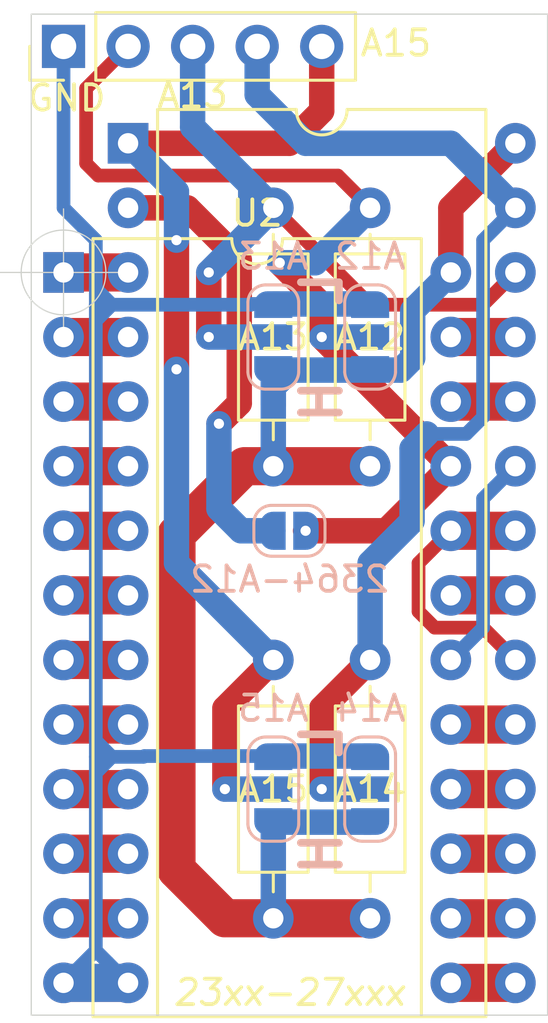
<source format=kicad_pcb>
(kicad_pcb (version 20171130) (host pcbnew "(5.1.2)-1")

  (general
    (thickness 1.6)
    (drawings 14)
    (tracks 164)
    (zones 0)
    (modules 12)
    (nets 29)
  )

  (page A4)
  (layers
    (0 F.Cu signal)
    (31 B.Cu signal)
    (32 B.Adhes user)
    (33 F.Adhes user)
    (34 B.Paste user)
    (35 F.Paste user)
    (36 B.SilkS user)
    (37 F.SilkS user)
    (38 B.Mask user)
    (39 F.Mask user)
    (40 Dwgs.User user)
    (41 Cmts.User user)
    (42 Eco1.User user)
    (43 Eco2.User user)
    (44 Edge.Cuts user)
    (45 Margin user)
    (46 B.CrtYd user hide)
    (47 F.CrtYd user hide)
    (48 B.Fab user hide)
    (49 F.Fab user hide)
  )

  (setup
    (last_trace_width 0.539)
    (user_trace_width 0.25)
    (user_trace_width 0.33)
    (user_trace_width 0.5)
    (user_trace_width 0.539)
    (user_trace_width 1)
    (user_trace_width 1.25)
    (user_trace_width 1.5)
    (trace_clearance 0.2)
    (zone_clearance 0.508)
    (zone_45_only no)
    (trace_min 0.2)
    (via_size 0.8)
    (via_drill 0.4)
    (via_min_size 0.4)
    (via_min_drill 0.3)
    (uvia_size 0.3)
    (uvia_drill 0.1)
    (uvias_allowed no)
    (uvia_min_size 0.2)
    (uvia_min_drill 0.1)
    (edge_width 0.05)
    (segment_width 0.2)
    (pcb_text_width 0.3)
    (pcb_text_size 1.5 1.5)
    (mod_edge_width 0.12)
    (mod_text_size 1 1)
    (mod_text_width 0.15)
    (pad_size 1.524 1.524)
    (pad_drill 0.762)
    (pad_to_mask_clearance 0.051)
    (solder_mask_min_width 0.25)
    (aux_axis_origin 154.94 78.74)
    (visible_elements 7FFFFFFF)
    (pcbplotparams
      (layerselection 0x010f0_ffffffff)
      (usegerberextensions false)
      (usegerberattributes false)
      (usegerberadvancedattributes false)
      (creategerberjobfile false)
      (excludeedgelayer true)
      (linewidth 0.100000)
      (plotframeref false)
      (viasonmask false)
      (mode 1)
      (useauxorigin false)
      (hpglpennumber 1)
      (hpglpenspeed 20)
      (hpglpendiameter 15.000000)
      (psnegative false)
      (psa4output false)
      (plotreference true)
      (plotvalue true)
      (plotinvisibletext false)
      (padsonsilk false)
      (subtractmaskfromsilk false)
      (outputformat 1)
      (mirror false)
      (drillshape 0)
      (scaleselection 1)
      (outputdirectory "gerber/"))
  )

  (net 0 "")
  (net 1 GND)
  (net 2 "Net-(J1-Pad3)")
  (net 3 "Net-(J1-Pad4)")
  (net 4 +5V)
  (net 5 "Net-(U1-Pad15)")
  (net 6 /A12)
  (net 7 "Net-(U1-Pad16)")
  (net 8 /A7)
  (net 9 "Net-(U1-Pad17)")
  (net 10 /A6)
  (net 11 "Net-(U1-Pad18)")
  (net 12 /A5)
  (net 13 "Net-(U1-Pad19)")
  (net 14 /A4)
  (net 15 "Net-(U1-Pad20)")
  (net 16 /A3)
  (net 17 /A10)
  (net 18 /A2)
  (net 19 /A1)
  (net 20 /A11)
  (net 21 /A0)
  (net 22 /A9)
  (net 23 "Net-(U1-Pad11)")
  (net 24 /A8)
  (net 25 "Net-(U1-Pad12)")
  (net 26 "Net-(U1-Pad13)")
  (net 27 "Net-(J1-Pad5)")
  (net 28 /A12S)

  (net_class Default "This is the default net class."
    (clearance 0.2)
    (trace_width 0.25)
    (via_dia 0.8)
    (via_drill 0.4)
    (uvia_dia 0.3)
    (uvia_drill 0.1)
    (add_net +5V)
    (add_net /A0)
    (add_net /A1)
    (add_net /A10)
    (add_net /A11)
    (add_net /A12)
    (add_net /A12S)
    (add_net /A2)
    (add_net /A3)
    (add_net /A4)
    (add_net /A5)
    (add_net /A6)
    (add_net /A7)
    (add_net /A8)
    (add_net /A9)
    (add_net GND)
    (add_net "Net-(J1-Pad3)")
    (add_net "Net-(J1-Pad4)")
    (add_net "Net-(J1-Pad5)")
    (add_net "Net-(U1-Pad11)")
    (add_net "Net-(U1-Pad12)")
    (add_net "Net-(U1-Pad13)")
    (add_net "Net-(U1-Pad15)")
    (add_net "Net-(U1-Pad16)")
    (add_net "Net-(U1-Pad17)")
    (add_net "Net-(U1-Pad18)")
    (add_net "Net-(U1-Pad19)")
    (add_net "Net-(U1-Pad20)")
  )

  (module Package_DIP:DIP-28_W15.24mm (layer F.Cu) (tedit 5A02E8C5) (tstamp 5E3D2A57)
    (at 157.48 73.66)
    (descr "28-lead though-hole mounted DIP package, row spacing 15.24 mm (600 mils)")
    (tags "THT DIP DIL PDIP 2.54mm 15.24mm 600mil")
    (path /5E42471B)
    (fp_text reference U1 (at 7.62 -2.33) (layer F.Fab) hide
      (effects (font (size 1 1) (thickness 0.15)))
    )
    (fp_text value 27C512 (at 7.62 35.35) (layer F.Fab)
      (effects (font (size 1 1) (thickness 0.15)))
    )
    (fp_arc (start 7.62 -1.33) (end 6.62 -1.33) (angle -180) (layer F.SilkS) (width 0.12))
    (fp_line (start 1.255 -1.27) (end 14.985 -1.27) (layer F.Fab) (width 0.1))
    (fp_line (start 14.985 -1.27) (end 14.985 34.29) (layer F.Fab) (width 0.1))
    (fp_line (start 14.985 34.29) (end 0.255 34.29) (layer F.Fab) (width 0.1))
    (fp_line (start 0.255 34.29) (end 0.255 -0.27) (layer F.Fab) (width 0.1))
    (fp_line (start 0.255 -0.27) (end 1.255 -1.27) (layer F.Fab) (width 0.1))
    (fp_line (start 6.62 -1.33) (end 1.16 -1.33) (layer F.SilkS) (width 0.12))
    (fp_line (start 1.16 -1.33) (end 1.16 34.35) (layer F.SilkS) (width 0.12))
    (fp_line (start 1.16 34.35) (end 14.08 34.35) (layer F.SilkS) (width 0.12))
    (fp_line (start 14.08 34.35) (end 14.08 -1.33) (layer F.SilkS) (width 0.12))
    (fp_line (start 14.08 -1.33) (end 8.62 -1.33) (layer F.SilkS) (width 0.12))
    (fp_line (start -1.05 -1.55) (end -1.05 34.55) (layer F.CrtYd) (width 0.05))
    (fp_line (start -1.05 34.55) (end 16.3 34.55) (layer F.CrtYd) (width 0.05))
    (fp_line (start 16.3 34.55) (end 16.3 -1.55) (layer F.CrtYd) (width 0.05))
    (fp_line (start 16.3 -1.55) (end -1.05 -1.55) (layer F.CrtYd) (width 0.05))
    (fp_text user %R (at 7.62 16.51) (layer F.Fab)
      (effects (font (size 1 1) (thickness 0.15)))
    )
    (pad 1 thru_hole rect (at 0 0) (size 1.6 1.6) (drill 0.8) (layers *.Cu *.Mask)
      (net 27 "Net-(J1-Pad5)"))
    (pad 15 thru_hole oval (at 15.24 33.02) (size 1.6 1.6) (drill 0.8) (layers *.Cu *.Mask)
      (net 5 "Net-(U1-Pad15)"))
    (pad 2 thru_hole oval (at 0 2.54) (size 1.6 1.6) (drill 0.8) (layers *.Cu *.Mask)
      (net 28 /A12S))
    (pad 16 thru_hole oval (at 15.24 30.48) (size 1.6 1.6) (drill 0.8) (layers *.Cu *.Mask)
      (net 7 "Net-(U1-Pad16)"))
    (pad 3 thru_hole oval (at 0 5.08) (size 1.6 1.6) (drill 0.8) (layers *.Cu *.Mask)
      (net 8 /A7))
    (pad 17 thru_hole oval (at 15.24 27.94) (size 1.6 1.6) (drill 0.8) (layers *.Cu *.Mask)
      (net 9 "Net-(U1-Pad17)"))
    (pad 4 thru_hole oval (at 0 7.62) (size 1.6 1.6) (drill 0.8) (layers *.Cu *.Mask)
      (net 10 /A6))
    (pad 18 thru_hole oval (at 15.24 25.4) (size 1.6 1.6) (drill 0.8) (layers *.Cu *.Mask)
      (net 11 "Net-(U1-Pad18)"))
    (pad 5 thru_hole oval (at 0 10.16) (size 1.6 1.6) (drill 0.8) (layers *.Cu *.Mask)
      (net 12 /A5))
    (pad 19 thru_hole oval (at 15.24 22.86) (size 1.6 1.6) (drill 0.8) (layers *.Cu *.Mask)
      (net 13 "Net-(U1-Pad19)"))
    (pad 6 thru_hole oval (at 0 12.7) (size 1.6 1.6) (drill 0.8) (layers *.Cu *.Mask)
      (net 14 /A4))
    (pad 20 thru_hole oval (at 15.24 20.32) (size 1.6 1.6) (drill 0.8) (layers *.Cu *.Mask)
      (net 15 "Net-(U1-Pad20)"))
    (pad 7 thru_hole oval (at 0 15.24) (size 1.6 1.6) (drill 0.8) (layers *.Cu *.Mask)
      (net 16 /A3))
    (pad 21 thru_hole oval (at 15.24 17.78) (size 1.6 1.6) (drill 0.8) (layers *.Cu *.Mask)
      (net 17 /A10))
    (pad 8 thru_hole oval (at 0 17.78) (size 1.6 1.6) (drill 0.8) (layers *.Cu *.Mask)
      (net 18 /A2))
    (pad 22 thru_hole oval (at 15.24 15.24) (size 1.6 1.6) (drill 0.8) (layers *.Cu *.Mask)
      (net 15 "Net-(U1-Pad20)"))
    (pad 9 thru_hole oval (at 0 20.32) (size 1.6 1.6) (drill 0.8) (layers *.Cu *.Mask)
      (net 19 /A1))
    (pad 23 thru_hole oval (at 15.24 12.7) (size 1.6 1.6) (drill 0.8) (layers *.Cu *.Mask)
      (net 20 /A11))
    (pad 10 thru_hole oval (at 0 22.86) (size 1.6 1.6) (drill 0.8) (layers *.Cu *.Mask)
      (net 21 /A0))
    (pad 24 thru_hole oval (at 15.24 10.16) (size 1.6 1.6) (drill 0.8) (layers *.Cu *.Mask)
      (net 22 /A9))
    (pad 11 thru_hole oval (at 0 25.4) (size 1.6 1.6) (drill 0.8) (layers *.Cu *.Mask)
      (net 23 "Net-(U1-Pad11)"))
    (pad 25 thru_hole oval (at 15.24 7.62) (size 1.6 1.6) (drill 0.8) (layers *.Cu *.Mask)
      (net 24 /A8))
    (pad 12 thru_hole oval (at 0 27.94) (size 1.6 1.6) (drill 0.8) (layers *.Cu *.Mask)
      (net 25 "Net-(U1-Pad12)"))
    (pad 26 thru_hole oval (at 15.24 5.08) (size 1.6 1.6) (drill 0.8) (layers *.Cu *.Mask)
      (net 2 "Net-(J1-Pad3)"))
    (pad 13 thru_hole oval (at 0 30.48) (size 1.6 1.6) (drill 0.8) (layers *.Cu *.Mask)
      (net 26 "Net-(U1-Pad13)"))
    (pad 27 thru_hole oval (at 15.24 2.54) (size 1.6 1.6) (drill 0.8) (layers *.Cu *.Mask)
      (net 3 "Net-(J1-Pad4)"))
    (pad 14 thru_hole oval (at 0 33.02) (size 1.6 1.6) (drill 0.8) (layers *.Cu *.Mask)
      (net 1 GND))
    (pad 28 thru_hole oval (at 15.24 0) (size 1.6 1.6) (drill 0.8) (layers *.Cu *.Mask)
      (net 4 +5V))
    (model ${KISYS3DMOD}/Package_DIP.3dshapes/DIP-28_W15.24mm.wrl
      (at (xyz 0 0 0))
      (scale (xyz 1 1 1))
      (rotate (xyz 0 0 0))
    )
  )

  (module Connector_PinHeader_2.54mm:PinHeader_1x05_P2.54mm_Vertical (layer F.Cu) (tedit 59FED5CC) (tstamp 5E3D43A1)
    (at 154.94 69.85 90)
    (descr "Through hole straight pin header, 1x05, 2.54mm pitch, single row")
    (tags "Through hole pin header THT 1x05 2.54mm single row")
    (path /5E473E10)
    (fp_text reference J1 (at 0 -2.33 90) (layer F.Fab) hide
      (effects (font (size 1 1) (thickness 0.15)))
    )
    (fp_text value Conn_01x05 (at 0 12.49 90) (layer F.Fab)
      (effects (font (size 1 1) (thickness 0.15)))
    )
    (fp_line (start -0.635 -1.27) (end 1.27 -1.27) (layer F.Fab) (width 0.1))
    (fp_line (start 1.27 -1.27) (end 1.27 11.43) (layer F.Fab) (width 0.1))
    (fp_line (start 1.27 11.43) (end -1.27 11.43) (layer F.Fab) (width 0.1))
    (fp_line (start -1.27 11.43) (end -1.27 -0.635) (layer F.Fab) (width 0.1))
    (fp_line (start -1.27 -0.635) (end -0.635 -1.27) (layer F.Fab) (width 0.1))
    (fp_line (start -1.33 11.49) (end 1.33 11.49) (layer F.SilkS) (width 0.12))
    (fp_line (start -1.33 1.27) (end -1.33 11.49) (layer F.SilkS) (width 0.12))
    (fp_line (start 1.33 1.27) (end 1.33 11.49) (layer F.SilkS) (width 0.12))
    (fp_line (start -1.33 1.27) (end 1.33 1.27) (layer F.SilkS) (width 0.12))
    (fp_line (start -1.33 0) (end -1.33 -1.33) (layer F.SilkS) (width 0.12))
    (fp_line (start -1.33 -1.33) (end 0 -1.33) (layer F.SilkS) (width 0.12))
    (fp_line (start -1.8 -1.8) (end -1.8 11.95) (layer F.CrtYd) (width 0.05))
    (fp_line (start -1.8 11.95) (end 1.8 11.95) (layer F.CrtYd) (width 0.05))
    (fp_line (start 1.8 11.95) (end 1.8 -1.8) (layer F.CrtYd) (width 0.05))
    (fp_line (start 1.8 -1.8) (end -1.8 -1.8) (layer F.CrtYd) (width 0.05))
    (fp_text user %R (at 0 5.08) (layer F.Fab)
      (effects (font (size 1 1) (thickness 0.15)))
    )
    (pad 1 thru_hole rect (at 0 0 90) (size 1.7 1.7) (drill 1) (layers *.Cu *.Mask)
      (net 1 GND))
    (pad 2 thru_hole oval (at 0 2.54 90) (size 1.7 1.7) (drill 1) (layers *.Cu *.Mask)
      (net 6 /A12))
    (pad 3 thru_hole oval (at 0 5.08 90) (size 1.7 1.7) (drill 1) (layers *.Cu *.Mask)
      (net 2 "Net-(J1-Pad3)"))
    (pad 4 thru_hole oval (at 0 7.62 90) (size 1.7 1.7) (drill 1) (layers *.Cu *.Mask)
      (net 3 "Net-(J1-Pad4)"))
    (pad 5 thru_hole oval (at 0 10.16 90) (size 1.7 1.7) (drill 1) (layers *.Cu *.Mask)
      (net 27 "Net-(J1-Pad5)"))
    (model ${KISYS3DMOD}/Connector_PinHeader_2.54mm.3dshapes/PinHeader_1x05_P2.54mm_Vertical.wrl
      (at (xyz 0 0 0))
      (scale (xyz 1 1 1))
      (rotate (xyz 0 0 0))
    )
  )

  (module Jumper:SolderJumper-3_P1.3mm_Open_RoundedPad1.0x1.5mm_NumberLabels (layer B.Cu) (tedit 5B391ED1) (tstamp 5E3D43B6)
    (at 167.005 81.28 270)
    (descr "SMD Solder 3-pad Jumper, 1x1.5mm rounded Pads, 0.3mm gap, open, labeled with numbers")
    (tags "solder jumper open")
    (path /5E48AA6E)
    (attr virtual)
    (fp_text reference A12 (at -3.175 0 180) (layer B.SilkS)
      (effects (font (size 1 1) (thickness 0.15)) (justify mirror))
    )
    (fp_text value A12 (at 0 -1.9 270) (layer B.Fab)
      (effects (font (size 1 1) (thickness 0.15)) (justify mirror))
    )
    (fp_arc (start -1.35 0.3) (end -1.35 1) (angle 90) (layer B.SilkS) (width 0.12))
    (fp_arc (start -1.35 -0.3) (end -2.05 -0.3) (angle 90) (layer B.SilkS) (width 0.12))
    (fp_arc (start 1.35 -0.3) (end 1.35 -1) (angle 90) (layer B.SilkS) (width 0.12))
    (fp_arc (start 1.35 0.3) (end 2.05 0.3) (angle 90) (layer B.SilkS) (width 0.12))
    (fp_line (start 2.3 -1.25) (end -2.3 -1.25) (layer B.CrtYd) (width 0.05))
    (fp_line (start 2.3 -1.25) (end 2.3 1.25) (layer B.CrtYd) (width 0.05))
    (fp_line (start -2.3 1.25) (end -2.3 -1.25) (layer B.CrtYd) (width 0.05))
    (fp_line (start -2.3 1.25) (end 2.3 1.25) (layer B.CrtYd) (width 0.05))
    (fp_line (start -1.4 1) (end 1.4 1) (layer B.SilkS) (width 0.12))
    (fp_line (start 2.05 0.3) (end 2.05 -0.3) (layer B.SilkS) (width 0.12))
    (fp_line (start 1.4 -1) (end -1.4 -1) (layer B.SilkS) (width 0.12))
    (fp_line (start -2.05 -0.3) (end -2.05 0.3) (layer B.SilkS) (width 0.12))
    (fp_text user 1 (at -2.6 0 270) (layer B.Fab) hide
      (effects (font (size 1 1) (thickness 0.15)) (justify mirror))
    )
    (fp_text user 3 (at 2.6 0 270) (layer B.Fab) hide
      (effects (font (size 1 1) (thickness 0.15)) (justify mirror))
    )
    (pad 2 smd rect (at 0 0 270) (size 1 1.5) (layers B.Cu B.Mask)
      (net 6 /A12))
    (pad 3 smd custom (at 1.3 0 270) (size 1 0.5) (layers B.Cu B.Mask)
      (net 4 +5V) (zone_connect 2)
      (options (clearance outline) (anchor rect))
      (primitives
        (gr_circle (center 0 -0.25) (end 0.5 -0.25) (width 0))
        (gr_circle (center 0 0.25) (end 0.5 0.25) (width 0))
        (gr_poly (pts
           (xy -0.55 0.75) (xy 0 0.75) (xy 0 -0.75) (xy -0.55 -0.75)) (width 0))
      ))
    (pad 1 smd custom (at -1.3 0 270) (size 1 0.5) (layers B.Cu B.Mask)
      (net 1 GND) (zone_connect 2)
      (options (clearance outline) (anchor rect))
      (primitives
        (gr_circle (center 0 -0.25) (end 0.5 -0.25) (width 0))
        (gr_circle (center 0 0.25) (end 0.5 0.25) (width 0))
        (gr_poly (pts
           (xy 0.55 0.75) (xy 0 0.75) (xy 0 -0.75) (xy 0.55 -0.75)) (width 0))
      ))
  )

  (module Jumper:SolderJumper-3_P1.3mm_Open_RoundedPad1.0x1.5mm_NumberLabels (layer B.Cu) (tedit 5B391ED1) (tstamp 5E3D43CB)
    (at 163.195 81.28 270)
    (descr "SMD Solder 3-pad Jumper, 1x1.5mm rounded Pads, 0.3mm gap, open, labeled with numbers")
    (tags "solder jumper open")
    (path /5E457605)
    (attr virtual)
    (fp_text reference A13 (at -3.175 0) (layer B.SilkS)
      (effects (font (size 1 1) (thickness 0.15)) (justify mirror))
    )
    (fp_text value A13 (at 0 -1.9 270) (layer B.Fab)
      (effects (font (size 1 1) (thickness 0.15)) (justify mirror))
    )
    (fp_text user 3 (at 2.6 0 270) (layer B.Fab) hide
      (effects (font (size 1 1) (thickness 0.15)) (justify mirror))
    )
    (fp_text user 1 (at -2.6 0 270) (layer B.Fab) hide
      (effects (font (size 1 1) (thickness 0.15)) (justify mirror))
    )
    (fp_line (start -2.05 -0.3) (end -2.05 0.3) (layer B.SilkS) (width 0.12))
    (fp_line (start 1.4 -1) (end -1.4 -1) (layer B.SilkS) (width 0.12))
    (fp_line (start 2.05 0.3) (end 2.05 -0.3) (layer B.SilkS) (width 0.12))
    (fp_line (start -1.4 1) (end 1.4 1) (layer B.SilkS) (width 0.12))
    (fp_line (start -2.3 1.25) (end 2.3 1.25) (layer B.CrtYd) (width 0.05))
    (fp_line (start -2.3 1.25) (end -2.3 -1.25) (layer B.CrtYd) (width 0.05))
    (fp_line (start 2.3 -1.25) (end 2.3 1.25) (layer B.CrtYd) (width 0.05))
    (fp_line (start 2.3 -1.25) (end -2.3 -1.25) (layer B.CrtYd) (width 0.05))
    (fp_arc (start 1.35 0.3) (end 2.05 0.3) (angle 90) (layer B.SilkS) (width 0.12))
    (fp_arc (start 1.35 -0.3) (end 1.35 -1) (angle 90) (layer B.SilkS) (width 0.12))
    (fp_arc (start -1.35 -0.3) (end -2.05 -0.3) (angle 90) (layer B.SilkS) (width 0.12))
    (fp_arc (start -1.35 0.3) (end -1.35 1) (angle 90) (layer B.SilkS) (width 0.12))
    (pad 1 smd custom (at -1.3 0 270) (size 1 0.5) (layers B.Cu B.Mask)
      (net 1 GND) (zone_connect 2)
      (options (clearance outline) (anchor rect))
      (primitives
        (gr_circle (center 0 -0.25) (end 0.5 -0.25) (width 0))
        (gr_circle (center 0 0.25) (end 0.5 0.25) (width 0))
        (gr_poly (pts
           (xy 0.55 0.75) (xy 0 0.75) (xy 0 -0.75) (xy 0.55 -0.75)) (width 0))
      ))
    (pad 3 smd custom (at 1.3 0 270) (size 1 0.5) (layers B.Cu B.Mask)
      (net 4 +5V) (zone_connect 2)
      (options (clearance outline) (anchor rect))
      (primitives
        (gr_circle (center 0 -0.25) (end 0.5 -0.25) (width 0))
        (gr_circle (center 0 0.25) (end 0.5 0.25) (width 0))
        (gr_poly (pts
           (xy -0.55 0.75) (xy 0 0.75) (xy 0 -0.75) (xy -0.55 -0.75)) (width 0))
      ))
    (pad 2 smd rect (at 0 0 270) (size 1 1.5) (layers B.Cu B.Mask)
      (net 2 "Net-(J1-Pad3)"))
  )

  (module Jumper:SolderJumper-3_P1.3mm_Open_RoundedPad1.0x1.5mm_NumberLabels (layer B.Cu) (tedit 5B391ED1) (tstamp 5E3D43E0)
    (at 167.005 99.06 270)
    (descr "SMD Solder 3-pad Jumper, 1x1.5mm rounded Pads, 0.3mm gap, open, labeled with numbers")
    (tags "solder jumper open")
    (path /5E45AB79)
    (attr virtual)
    (fp_text reference A14 (at -3.175 0) (layer B.SilkS)
      (effects (font (size 1 1) (thickness 0.15)) (justify mirror))
    )
    (fp_text value A14 (at 0 -1.9 270) (layer B.Fab)
      (effects (font (size 1 1) (thickness 0.15)) (justify mirror))
    )
    (fp_arc (start -1.35 0.3) (end -1.35 1) (angle 90) (layer B.SilkS) (width 0.12))
    (fp_arc (start -1.35 -0.3) (end -2.05 -0.3) (angle 90) (layer B.SilkS) (width 0.12))
    (fp_arc (start 1.35 -0.3) (end 1.35 -1) (angle 90) (layer B.SilkS) (width 0.12))
    (fp_arc (start 1.35 0.3) (end 2.05 0.3) (angle 90) (layer B.SilkS) (width 0.12))
    (fp_line (start 2.3 -1.25) (end -2.3 -1.25) (layer B.CrtYd) (width 0.05))
    (fp_line (start 2.3 -1.25) (end 2.3 1.25) (layer B.CrtYd) (width 0.05))
    (fp_line (start -2.3 1.25) (end -2.3 -1.25) (layer B.CrtYd) (width 0.05))
    (fp_line (start -2.3 1.25) (end 2.3 1.25) (layer B.CrtYd) (width 0.05))
    (fp_line (start -1.4 1) (end 1.4 1) (layer B.SilkS) (width 0.12))
    (fp_line (start 2.05 0.3) (end 2.05 -0.3) (layer B.SilkS) (width 0.12))
    (fp_line (start 1.4 -1) (end -1.4 -1) (layer B.SilkS) (width 0.12))
    (fp_line (start -2.05 -0.3) (end -2.05 0.3) (layer B.SilkS) (width 0.12))
    (fp_text user 1 (at -2.6 0 270) (layer B.Fab) hide
      (effects (font (size 1 1) (thickness 0.15)) (justify mirror))
    )
    (fp_text user 3 (at 2.6 0 270) (layer B.Fab) hide
      (effects (font (size 1 1) (thickness 0.15)) (justify mirror))
    )
    (pad 2 smd rect (at 0 0 270) (size 1 1.5) (layers B.Cu B.Mask)
      (net 3 "Net-(J1-Pad4)"))
    (pad 3 smd custom (at 1.3 0 270) (size 1 0.5) (layers B.Cu B.Mask)
      (net 4 +5V) (zone_connect 2)
      (options (clearance outline) (anchor rect))
      (primitives
        (gr_circle (center 0 -0.25) (end 0.5 -0.25) (width 0))
        (gr_circle (center 0 0.25) (end 0.5 0.25) (width 0))
        (gr_poly (pts
           (xy -0.55 0.75) (xy 0 0.75) (xy 0 -0.75) (xy -0.55 -0.75)) (width 0))
      ))
    (pad 1 smd custom (at -1.3 0 270) (size 1 0.5) (layers B.Cu B.Mask)
      (net 1 GND) (zone_connect 2)
      (options (clearance outline) (anchor rect))
      (primitives
        (gr_circle (center 0 -0.25) (end 0.5 -0.25) (width 0))
        (gr_circle (center 0 0.25) (end 0.5 0.25) (width 0))
        (gr_poly (pts
           (xy 0.55 0.75) (xy 0 0.75) (xy 0 -0.75) (xy 0.55 -0.75)) (width 0))
      ))
  )

  (module Jumper:SolderJumper-3_P1.3mm_Open_RoundedPad1.0x1.5mm_NumberLabels (layer B.Cu) (tedit 5B391ED1) (tstamp 5E3D43F5)
    (at 163.195 99.06 270)
    (descr "SMD Solder 3-pad Jumper, 1x1.5mm rounded Pads, 0.3mm gap, open, labeled with numbers")
    (tags "solder jumper open")
    (path /5E45B2BE)
    (attr virtual)
    (fp_text reference A15 (at -3.175 0) (layer B.SilkS)
      (effects (font (size 1 1) (thickness 0.15)) (justify mirror))
    )
    (fp_text value A15 (at 0 -1.9 270) (layer B.Fab)
      (effects (font (size 1 1) (thickness 0.15)) (justify mirror))
    )
    (fp_text user 3 (at 2.6 0 270) (layer B.Fab) hide
      (effects (font (size 1 1) (thickness 0.15)) (justify mirror))
    )
    (fp_text user 1 (at -2.6 0 270) (layer B.Fab) hide
      (effects (font (size 1 1) (thickness 0.15)) (justify mirror))
    )
    (fp_line (start -2.05 -0.3) (end -2.05 0.3) (layer B.SilkS) (width 0.12))
    (fp_line (start 1.4 -1) (end -1.4 -1) (layer B.SilkS) (width 0.12))
    (fp_line (start 2.05 0.3) (end 2.05 -0.3) (layer B.SilkS) (width 0.12))
    (fp_line (start -1.4 1) (end 1.4 1) (layer B.SilkS) (width 0.12))
    (fp_line (start -2.3 1.25) (end 2.3 1.25) (layer B.CrtYd) (width 0.05))
    (fp_line (start -2.3 1.25) (end -2.3 -1.25) (layer B.CrtYd) (width 0.05))
    (fp_line (start 2.3 -1.25) (end 2.3 1.25) (layer B.CrtYd) (width 0.05))
    (fp_line (start 2.3 -1.25) (end -2.3 -1.25) (layer B.CrtYd) (width 0.05))
    (fp_arc (start 1.35 0.3) (end 2.05 0.3) (angle 90) (layer B.SilkS) (width 0.12))
    (fp_arc (start 1.35 -0.3) (end 1.35 -1) (angle 90) (layer B.SilkS) (width 0.12))
    (fp_arc (start -1.35 -0.3) (end -2.05 -0.3) (angle 90) (layer B.SilkS) (width 0.12))
    (fp_arc (start -1.35 0.3) (end -1.35 1) (angle 90) (layer B.SilkS) (width 0.12))
    (pad 1 smd custom (at -1.3 0 270) (size 1 0.5) (layers B.Cu B.Mask)
      (net 1 GND) (zone_connect 2)
      (options (clearance outline) (anchor rect))
      (primitives
        (gr_circle (center 0 -0.25) (end 0.5 -0.25) (width 0))
        (gr_circle (center 0 0.25) (end 0.5 0.25) (width 0))
        (gr_poly (pts
           (xy 0.55 0.75) (xy 0 0.75) (xy 0 -0.75) (xy 0.55 -0.75)) (width 0))
      ))
    (pad 3 smd custom (at 1.3 0 270) (size 1 0.5) (layers B.Cu B.Mask)
      (net 4 +5V) (zone_connect 2)
      (options (clearance outline) (anchor rect))
      (primitives
        (gr_circle (center 0 -0.25) (end 0.5 -0.25) (width 0))
        (gr_circle (center 0 0.25) (end 0.5 0.25) (width 0))
        (gr_poly (pts
           (xy -0.55 0.75) (xy 0 0.75) (xy 0 -0.75) (xy -0.55 -0.75)) (width 0))
      ))
    (pad 2 smd rect (at 0 0 270) (size 1 1.5) (layers B.Cu B.Mask)
      (net 27 "Net-(J1-Pad5)"))
  )

  (module Resistor_THT:R_Axial_DIN0207_L6.3mm_D2.5mm_P10.16mm_Horizontal (layer F.Cu) (tedit 5AE5139B) (tstamp 5E3D440C)
    (at 167.005 86.36 90)
    (descr "Resistor, Axial_DIN0207 series, Axial, Horizontal, pin pitch=10.16mm, 0.25W = 1/4W, length*diameter=6.3*2.5mm^2, http://cdn-reichelt.de/documents/datenblatt/B400/1_4W%23YAG.pdf")
    (tags "Resistor Axial_DIN0207 series Axial Horizontal pin pitch 10.16mm 0.25W = 1/4W length 6.3mm diameter 2.5mm")
    (path /5E43B21C)
    (fp_text reference A12 (at 5.08 0 180) (layer F.SilkS)
      (effects (font (size 1 1) (thickness 0.15)))
    )
    (fp_text value 5K6 (at 5.08 2.37 90) (layer F.Fab)
      (effects (font (size 1 1) (thickness 0.15)))
    )
    (fp_line (start 1.93 -1.25) (end 1.93 1.25) (layer F.Fab) (width 0.1))
    (fp_line (start 1.93 1.25) (end 8.23 1.25) (layer F.Fab) (width 0.1))
    (fp_line (start 8.23 1.25) (end 8.23 -1.25) (layer F.Fab) (width 0.1))
    (fp_line (start 8.23 -1.25) (end 1.93 -1.25) (layer F.Fab) (width 0.1))
    (fp_line (start 0 0) (end 1.93 0) (layer F.Fab) (width 0.1))
    (fp_line (start 10.16 0) (end 8.23 0) (layer F.Fab) (width 0.1))
    (fp_line (start 1.81 -1.37) (end 1.81 1.37) (layer F.SilkS) (width 0.12))
    (fp_line (start 1.81 1.37) (end 8.35 1.37) (layer F.SilkS) (width 0.12))
    (fp_line (start 8.35 1.37) (end 8.35 -1.37) (layer F.SilkS) (width 0.12))
    (fp_line (start 8.35 -1.37) (end 1.81 -1.37) (layer F.SilkS) (width 0.12))
    (fp_line (start 1.04 0) (end 1.81 0) (layer F.SilkS) (width 0.12))
    (fp_line (start 9.12 0) (end 8.35 0) (layer F.SilkS) (width 0.12))
    (fp_line (start -1.05 -1.5) (end -1.05 1.5) (layer F.CrtYd) (width 0.05))
    (fp_line (start -1.05 1.5) (end 11.21 1.5) (layer F.CrtYd) (width 0.05))
    (fp_line (start 11.21 1.5) (end 11.21 -1.5) (layer F.CrtYd) (width 0.05))
    (fp_line (start 11.21 -1.5) (end -1.05 -1.5) (layer F.CrtYd) (width 0.05))
    (fp_text user %R (at 5.08 0 90) (layer F.Fab)
      (effects (font (size 1 1) (thickness 0.15)))
    )
    (pad 1 thru_hole circle (at 0 0 90) (size 1.6 1.6) (drill 0.8) (layers *.Cu *.Mask)
      (net 4 +5V))
    (pad 2 thru_hole oval (at 10.16 0 90) (size 1.6 1.6) (drill 0.8) (layers *.Cu *.Mask)
      (net 6 /A12))
    (model ${KISYS3DMOD}/Resistor_THT.3dshapes/R_Axial_DIN0207_L6.3mm_D2.5mm_P10.16mm_Horizontal.wrl
      (at (xyz 0 0 0))
      (scale (xyz 1 1 1))
      (rotate (xyz 0 0 0))
    )
  )

  (module Resistor_THT:R_Axial_DIN0207_L6.3mm_D2.5mm_P10.16mm_Horizontal (layer F.Cu) (tedit 5AE5139B) (tstamp 5E3D4423)
    (at 163.195 86.36 90)
    (descr "Resistor, Axial_DIN0207 series, Axial, Horizontal, pin pitch=10.16mm, 0.25W = 1/4W, length*diameter=6.3*2.5mm^2, http://cdn-reichelt.de/documents/datenblatt/B400/1_4W%23YAG.pdf")
    (tags "Resistor Axial_DIN0207 series Axial Horizontal pin pitch 10.16mm 0.25W = 1/4W length 6.3mm diameter 2.5mm")
    (path /5E483445)
    (fp_text reference A13 (at 5.08 0 180) (layer F.SilkS)
      (effects (font (size 1 1) (thickness 0.15)))
    )
    (fp_text value 5K6 (at 5.08 2.37 90) (layer F.Fab)
      (effects (font (size 1 1) (thickness 0.15)))
    )
    (fp_text user %R (at 5.08 0 90) (layer F.Fab)
      (effects (font (size 1 1) (thickness 0.15)))
    )
    (fp_line (start 11.21 -1.5) (end -1.05 -1.5) (layer F.CrtYd) (width 0.05))
    (fp_line (start 11.21 1.5) (end 11.21 -1.5) (layer F.CrtYd) (width 0.05))
    (fp_line (start -1.05 1.5) (end 11.21 1.5) (layer F.CrtYd) (width 0.05))
    (fp_line (start -1.05 -1.5) (end -1.05 1.5) (layer F.CrtYd) (width 0.05))
    (fp_line (start 9.12 0) (end 8.35 0) (layer F.SilkS) (width 0.12))
    (fp_line (start 1.04 0) (end 1.81 0) (layer F.SilkS) (width 0.12))
    (fp_line (start 8.35 -1.37) (end 1.81 -1.37) (layer F.SilkS) (width 0.12))
    (fp_line (start 8.35 1.37) (end 8.35 -1.37) (layer F.SilkS) (width 0.12))
    (fp_line (start 1.81 1.37) (end 8.35 1.37) (layer F.SilkS) (width 0.12))
    (fp_line (start 1.81 -1.37) (end 1.81 1.37) (layer F.SilkS) (width 0.12))
    (fp_line (start 10.16 0) (end 8.23 0) (layer F.Fab) (width 0.1))
    (fp_line (start 0 0) (end 1.93 0) (layer F.Fab) (width 0.1))
    (fp_line (start 8.23 -1.25) (end 1.93 -1.25) (layer F.Fab) (width 0.1))
    (fp_line (start 8.23 1.25) (end 8.23 -1.25) (layer F.Fab) (width 0.1))
    (fp_line (start 1.93 1.25) (end 8.23 1.25) (layer F.Fab) (width 0.1))
    (fp_line (start 1.93 -1.25) (end 1.93 1.25) (layer F.Fab) (width 0.1))
    (pad 2 thru_hole oval (at 10.16 0 90) (size 1.6 1.6) (drill 0.8) (layers *.Cu *.Mask)
      (net 2 "Net-(J1-Pad3)"))
    (pad 1 thru_hole circle (at 0 0 90) (size 1.6 1.6) (drill 0.8) (layers *.Cu *.Mask)
      (net 4 +5V))
    (model ${KISYS3DMOD}/Resistor_THT.3dshapes/R_Axial_DIN0207_L6.3mm_D2.5mm_P10.16mm_Horizontal.wrl
      (at (xyz 0 0 0))
      (scale (xyz 1 1 1))
      (rotate (xyz 0 0 0))
    )
  )

  (module Resistor_THT:R_Axial_DIN0207_L6.3mm_D2.5mm_P10.16mm_Horizontal (layer F.Cu) (tedit 5AE5139B) (tstamp 5E3D443A)
    (at 167.005 104.14 90)
    (descr "Resistor, Axial_DIN0207 series, Axial, Horizontal, pin pitch=10.16mm, 0.25W = 1/4W, length*diameter=6.3*2.5mm^2, http://cdn-reichelt.de/documents/datenblatt/B400/1_4W%23YAG.pdf")
    (tags "Resistor Axial_DIN0207 series Axial Horizontal pin pitch 10.16mm 0.25W = 1/4W length 6.3mm diameter 2.5mm")
    (path /5E43ADE2)
    (fp_text reference A14 (at 5.08 0 180) (layer F.SilkS)
      (effects (font (size 1 1) (thickness 0.15)))
    )
    (fp_text value 5K6 (at 5.08 2.37 90) (layer F.Fab)
      (effects (font (size 1 1) (thickness 0.15)))
    )
    (fp_text user %R (at 5.08 0 90) (layer F.Fab)
      (effects (font (size 1 1) (thickness 0.15)))
    )
    (fp_line (start 11.21 -1.5) (end -1.05 -1.5) (layer F.CrtYd) (width 0.05))
    (fp_line (start 11.21 1.5) (end 11.21 -1.5) (layer F.CrtYd) (width 0.05))
    (fp_line (start -1.05 1.5) (end 11.21 1.5) (layer F.CrtYd) (width 0.05))
    (fp_line (start -1.05 -1.5) (end -1.05 1.5) (layer F.CrtYd) (width 0.05))
    (fp_line (start 9.12 0) (end 8.35 0) (layer F.SilkS) (width 0.12))
    (fp_line (start 1.04 0) (end 1.81 0) (layer F.SilkS) (width 0.12))
    (fp_line (start 8.35 -1.37) (end 1.81 -1.37) (layer F.SilkS) (width 0.12))
    (fp_line (start 8.35 1.37) (end 8.35 -1.37) (layer F.SilkS) (width 0.12))
    (fp_line (start 1.81 1.37) (end 8.35 1.37) (layer F.SilkS) (width 0.12))
    (fp_line (start 1.81 -1.37) (end 1.81 1.37) (layer F.SilkS) (width 0.12))
    (fp_line (start 10.16 0) (end 8.23 0) (layer F.Fab) (width 0.1))
    (fp_line (start 0 0) (end 1.93 0) (layer F.Fab) (width 0.1))
    (fp_line (start 8.23 -1.25) (end 1.93 -1.25) (layer F.Fab) (width 0.1))
    (fp_line (start 8.23 1.25) (end 8.23 -1.25) (layer F.Fab) (width 0.1))
    (fp_line (start 1.93 1.25) (end 8.23 1.25) (layer F.Fab) (width 0.1))
    (fp_line (start 1.93 -1.25) (end 1.93 1.25) (layer F.Fab) (width 0.1))
    (pad 2 thru_hole oval (at 10.16 0 90) (size 1.6 1.6) (drill 0.8) (layers *.Cu *.Mask)
      (net 3 "Net-(J1-Pad4)"))
    (pad 1 thru_hole circle (at 0 0 90) (size 1.6 1.6) (drill 0.8) (layers *.Cu *.Mask)
      (net 4 +5V))
    (model ${KISYS3DMOD}/Resistor_THT.3dshapes/R_Axial_DIN0207_L6.3mm_D2.5mm_P10.16mm_Horizontal.wrl
      (at (xyz 0 0 0))
      (scale (xyz 1 1 1))
      (rotate (xyz 0 0 0))
    )
  )

  (module Resistor_THT:R_Axial_DIN0207_L6.3mm_D2.5mm_P10.16mm_Horizontal (layer F.Cu) (tedit 5AE5139B) (tstamp 5E3D4451)
    (at 163.195 104.14 90)
    (descr "Resistor, Axial_DIN0207 series, Axial, Horizontal, pin pitch=10.16mm, 0.25W = 1/4W, length*diameter=6.3*2.5mm^2, http://cdn-reichelt.de/documents/datenblatt/B400/1_4W%23YAG.pdf")
    (tags "Resistor Axial_DIN0207 series Axial Horizontal pin pitch 10.16mm 0.25W = 1/4W length 6.3mm diameter 2.5mm")
    (path /5E43A37F)
    (fp_text reference A15 (at 5.08 0 180) (layer F.SilkS)
      (effects (font (size 1 1) (thickness 0.15)))
    )
    (fp_text value 5K6 (at 5.08 2.37 90) (layer F.Fab)
      (effects (font (size 1 1) (thickness 0.15)))
    )
    (fp_line (start 1.93 -1.25) (end 1.93 1.25) (layer F.Fab) (width 0.1))
    (fp_line (start 1.93 1.25) (end 8.23 1.25) (layer F.Fab) (width 0.1))
    (fp_line (start 8.23 1.25) (end 8.23 -1.25) (layer F.Fab) (width 0.1))
    (fp_line (start 8.23 -1.25) (end 1.93 -1.25) (layer F.Fab) (width 0.1))
    (fp_line (start 0 0) (end 1.93 0) (layer F.Fab) (width 0.1))
    (fp_line (start 10.16 0) (end 8.23 0) (layer F.Fab) (width 0.1))
    (fp_line (start 1.81 -1.37) (end 1.81 1.37) (layer F.SilkS) (width 0.12))
    (fp_line (start 1.81 1.37) (end 8.35 1.37) (layer F.SilkS) (width 0.12))
    (fp_line (start 8.35 1.37) (end 8.35 -1.37) (layer F.SilkS) (width 0.12))
    (fp_line (start 8.35 -1.37) (end 1.81 -1.37) (layer F.SilkS) (width 0.12))
    (fp_line (start 1.04 0) (end 1.81 0) (layer F.SilkS) (width 0.12))
    (fp_line (start 9.12 0) (end 8.35 0) (layer F.SilkS) (width 0.12))
    (fp_line (start -1.05 -1.5) (end -1.05 1.5) (layer F.CrtYd) (width 0.05))
    (fp_line (start -1.05 1.5) (end 11.21 1.5) (layer F.CrtYd) (width 0.05))
    (fp_line (start 11.21 1.5) (end 11.21 -1.5) (layer F.CrtYd) (width 0.05))
    (fp_line (start 11.21 -1.5) (end -1.05 -1.5) (layer F.CrtYd) (width 0.05))
    (fp_text user %R (at 5.08 0 90) (layer F.Fab)
      (effects (font (size 1 1) (thickness 0.15)))
    )
    (pad 1 thru_hole circle (at 0 0 90) (size 1.6 1.6) (drill 0.8) (layers *.Cu *.Mask)
      (net 4 +5V))
    (pad 2 thru_hole oval (at 10.16 0 90) (size 1.6 1.6) (drill 0.8) (layers *.Cu *.Mask)
      (net 27 "Net-(J1-Pad5)"))
    (model ${KISYS3DMOD}/Resistor_THT.3dshapes/R_Axial_DIN0207_L6.3mm_D2.5mm_P10.16mm_Horizontal.wrl
      (at (xyz 0 0 0))
      (scale (xyz 1 1 1))
      (rotate (xyz 0 0 0))
    )
  )

  (module Jumper:SolderJumper-2_P1.3mm_Open_RoundedPad1.0x1.5mm (layer B.Cu) (tedit 5B391E66) (tstamp 5E3D4EA1)
    (at 163.83 88.9 180)
    (descr "SMD Solder Jumper, 1x1.5mm, rounded Pads, 0.3mm gap, open")
    (tags "solder jumper open")
    (path /5E4A8052)
    (attr virtual)
    (fp_text reference 2364-A12 (at 0 -1.905) (layer B.SilkS)
      (effects (font (size 1 1) (thickness 0.15)) (justify mirror))
    )
    (fp_text value 2364 (at 0 -1.9) (layer B.Fab)
      (effects (font (size 1 1) (thickness 0.15)) (justify mirror))
    )
    (fp_arc (start 0.7 0.3) (end 1.4 0.3) (angle 90) (layer B.SilkS) (width 0.12))
    (fp_arc (start 0.7 -0.3) (end 0.7 -1) (angle 90) (layer B.SilkS) (width 0.12))
    (fp_arc (start -0.7 -0.3) (end -1.4 -0.3) (angle 90) (layer B.SilkS) (width 0.12))
    (fp_arc (start -0.7 0.3) (end -0.7 1) (angle 90) (layer B.SilkS) (width 0.12))
    (fp_line (start -1.4 -0.3) (end -1.4 0.3) (layer B.SilkS) (width 0.12))
    (fp_line (start 0.7 -1) (end -0.7 -1) (layer B.SilkS) (width 0.12))
    (fp_line (start 1.4 0.3) (end 1.4 -0.3) (layer B.SilkS) (width 0.12))
    (fp_line (start -0.7 1) (end 0.7 1) (layer B.SilkS) (width 0.12))
    (fp_line (start -1.65 1.25) (end 1.65 1.25) (layer B.CrtYd) (width 0.05))
    (fp_line (start -1.65 1.25) (end -1.65 -1.25) (layer B.CrtYd) (width 0.05))
    (fp_line (start 1.65 -1.25) (end 1.65 1.25) (layer B.CrtYd) (width 0.05))
    (fp_line (start 1.65 -1.25) (end -1.65 -1.25) (layer B.CrtYd) (width 0.05))
    (pad 1 smd custom (at -0.65 0 180) (size 1 0.5) (layers B.Cu B.Mask)
      (net 6 /A12) (zone_connect 2)
      (options (clearance outline) (anchor rect))
      (primitives
        (gr_circle (center 0 -0.25) (end 0.5 -0.25) (width 0))
        (gr_circle (center 0 0.25) (end 0.5 0.25) (width 0))
        (gr_poly (pts
           (xy 0 0.75) (xy 0.5 0.75) (xy 0.5 -0.75) (xy 0 -0.75)) (width 0))
      ))
    (pad 2 smd custom (at 0.65 0 180) (size 1 0.5) (layers B.Cu B.Mask)
      (net 28 /A12S) (zone_connect 2)
      (options (clearance outline) (anchor rect))
      (primitives
        (gr_circle (center 0 -0.25) (end 0.5 -0.25) (width 0))
        (gr_circle (center 0 0.25) (end 0.5 0.25) (width 0))
        (gr_poly (pts
           (xy 0 0.75) (xy -0.5 0.75) (xy -0.5 -0.75) (xy 0 -0.75)) (width 0))
      ))
  )

  (module Package_DIP:DIP-24_W15.24mm (layer F.Cu) (tedit 5A02E8C5) (tstamp 5E3D4FC3)
    (at 154.94 78.74)
    (descr "24-lead though-hole mounted DIP package, row spacing 15.24 mm (600 mils)")
    (tags "THT DIP DIL PDIP 2.54mm 15.24mm 600mil")
    (path /5E428205)
    (fp_text reference U2 (at 7.62 -2.33) (layer F.SilkS)
      (effects (font (size 1 1) (thickness 0.15)))
    )
    (fp_text value 2364 (at 7.62 30.27) (layer F.Fab)
      (effects (font (size 1 1) (thickness 0.15)))
    )
    (fp_arc (start 7.62 -1.33) (end 6.62 -1.33) (angle -180) (layer F.SilkS) (width 0.12))
    (fp_line (start 1.255 -1.27) (end 14.985 -1.27) (layer F.Fab) (width 0.1))
    (fp_line (start 14.985 -1.27) (end 14.985 29.21) (layer F.Fab) (width 0.1))
    (fp_line (start 14.985 29.21) (end 0.255 29.21) (layer F.Fab) (width 0.1))
    (fp_line (start 0.255 29.21) (end 0.255 -0.27) (layer F.Fab) (width 0.1))
    (fp_line (start 0.255 -0.27) (end 1.255 -1.27) (layer F.Fab) (width 0.1))
    (fp_line (start 6.62 -1.33) (end 1.16 -1.33) (layer F.SilkS) (width 0.12))
    (fp_line (start 1.16 -1.33) (end 1.16 29.27) (layer F.SilkS) (width 0.12))
    (fp_line (start 1.16 29.27) (end 14.08 29.27) (layer F.SilkS) (width 0.12))
    (fp_line (start 14.08 29.27) (end 14.08 -1.33) (layer F.SilkS) (width 0.12))
    (fp_line (start 14.08 -1.33) (end 8.62 -1.33) (layer F.SilkS) (width 0.12))
    (fp_line (start -1.05 -1.55) (end -1.05 29.5) (layer F.CrtYd) (width 0.05))
    (fp_line (start -1.05 29.5) (end 16.3 29.5) (layer F.CrtYd) (width 0.05))
    (fp_line (start 16.3 29.5) (end 16.3 -1.55) (layer F.CrtYd) (width 0.05))
    (fp_line (start 16.3 -1.55) (end -1.05 -1.55) (layer F.CrtYd) (width 0.05))
    (fp_text user %R (at 7.62 13.97) (layer F.Fab)
      (effects (font (size 1 1) (thickness 0.15)))
    )
    (pad 1 thru_hole rect (at 0 0) (size 1.6 1.6) (drill 0.8) (layers *.Cu *.Mask)
      (net 8 /A7))
    (pad 13 thru_hole oval (at 15.24 27.94) (size 1.6 1.6) (drill 0.8) (layers *.Cu *.Mask)
      (net 5 "Net-(U1-Pad15)"))
    (pad 2 thru_hole oval (at 0 2.54) (size 1.6 1.6) (drill 0.8) (layers *.Cu *.Mask)
      (net 10 /A6))
    (pad 14 thru_hole oval (at 15.24 25.4) (size 1.6 1.6) (drill 0.8) (layers *.Cu *.Mask)
      (net 7 "Net-(U1-Pad16)"))
    (pad 3 thru_hole oval (at 0 5.08) (size 1.6 1.6) (drill 0.8) (layers *.Cu *.Mask)
      (net 12 /A5))
    (pad 15 thru_hole oval (at 15.24 22.86) (size 1.6 1.6) (drill 0.8) (layers *.Cu *.Mask)
      (net 9 "Net-(U1-Pad17)"))
    (pad 4 thru_hole oval (at 0 7.62) (size 1.6 1.6) (drill 0.8) (layers *.Cu *.Mask)
      (net 14 /A4))
    (pad 16 thru_hole oval (at 15.24 20.32) (size 1.6 1.6) (drill 0.8) (layers *.Cu *.Mask)
      (net 11 "Net-(U1-Pad18)"))
    (pad 5 thru_hole oval (at 0 10.16) (size 1.6 1.6) (drill 0.8) (layers *.Cu *.Mask)
      (net 16 /A3))
    (pad 17 thru_hole oval (at 15.24 17.78) (size 1.6 1.6) (drill 0.8) (layers *.Cu *.Mask)
      (net 13 "Net-(U1-Pad19)"))
    (pad 6 thru_hole oval (at 0 12.7) (size 1.6 1.6) (drill 0.8) (layers *.Cu *.Mask)
      (net 18 /A2))
    (pad 18 thru_hole oval (at 15.24 15.24) (size 1.6 1.6) (drill 0.8) (layers *.Cu *.Mask)
      (net 20 /A11))
    (pad 7 thru_hole oval (at 0 15.24) (size 1.6 1.6) (drill 0.8) (layers *.Cu *.Mask)
      (net 19 /A1))
    (pad 19 thru_hole oval (at 15.24 12.7) (size 1.6 1.6) (drill 0.8) (layers *.Cu *.Mask)
      (net 17 /A10))
    (pad 8 thru_hole oval (at 0 17.78) (size 1.6 1.6) (drill 0.8) (layers *.Cu *.Mask)
      (net 21 /A0))
    (pad 20 thru_hole oval (at 15.24 10.16) (size 1.6 1.6) (drill 0.8) (layers *.Cu *.Mask)
      (net 15 "Net-(U1-Pad20)"))
    (pad 9 thru_hole oval (at 0 20.32) (size 1.6 1.6) (drill 0.8) (layers *.Cu *.Mask)
      (net 23 "Net-(U1-Pad11)"))
    (pad 21 thru_hole oval (at 15.24 7.62) (size 1.6 1.6) (drill 0.8) (layers *.Cu *.Mask)
      (net 6 /A12))
    (pad 10 thru_hole oval (at 0 22.86) (size 1.6 1.6) (drill 0.8) (layers *.Cu *.Mask)
      (net 25 "Net-(U1-Pad12)"))
    (pad 22 thru_hole oval (at 15.24 5.08) (size 1.6 1.6) (drill 0.8) (layers *.Cu *.Mask)
      (net 22 /A9))
    (pad 11 thru_hole oval (at 0 25.4) (size 1.6 1.6) (drill 0.8) (layers *.Cu *.Mask)
      (net 26 "Net-(U1-Pad13)"))
    (pad 23 thru_hole oval (at 15.24 2.54) (size 1.6 1.6) (drill 0.8) (layers *.Cu *.Mask)
      (net 24 /A8))
    (pad 12 thru_hole oval (at 0 27.94) (size 1.6 1.6) (drill 0.8) (layers *.Cu *.Mask)
      (net 1 GND))
    (pad 24 thru_hole oval (at 15.24 0) (size 1.6 1.6) (drill 0.8) (layers *.Cu *.Mask)
      (net 4 +5V))
    (model ${KISYS3DMOD}/Package_DIP.3dshapes/DIP-24_W15.24mm.wrl
      (at (xyz 0 0 0))
      (scale (xyz 1 1 1))
      (rotate (xyz 0 0 0))
    )
  )

  (target plus (at 154.94 78.74) (size 5) (width 0.05) (layer Edge.Cuts))
  (gr_text A15 (at 168.021 69.723) (layer F.SilkS)
    (effects (font (size 1 1) (thickness 0.15)))
  )
  (gr_text A13 (at 160.02 71.755) (layer F.SilkS)
    (effects (font (size 1 1) (thickness 0.15)))
  )
  (gr_text GND (at 155.067 71.882) (layer F.SilkS)
    (effects (font (size 1 1) (thickness 0.15)))
  )
  (gr_text H (at 165.1 101.6 90) (layer B.SilkS)
    (effects (font (size 1.5 1.5) (thickness 0.3)) (justify mirror))
  )
  (gr_text L (at 165.1 97.155 90) (layer B.SilkS)
    (effects (font (size 1.5 1.5) (thickness 0.3)) (justify mirror))
  )
  (gr_text L (at 165.1 79.375 90) (layer B.SilkS)
    (effects (font (size 1.5 1.5) (thickness 0.3)) (justify mirror))
  )
  (gr_text H (at 165.1 83.82 90) (layer B.SilkS)
    (effects (font (size 1.5 1.5) (thickness 0.3)) (justify mirror))
  )
  (gr_line (start 173.99 68.58) (end 173.482 68.58) (layer Edge.Cuts) (width 0.05) (tstamp 5E3D4DEB))
  (gr_line (start 173.99 107.95) (end 173.99 68.58) (layer Edge.Cuts) (width 0.05))
  (gr_line (start 153.67 107.95) (end 173.99 107.95) (layer Edge.Cuts) (width 0.05))
  (gr_line (start 153.67 68.58) (end 153.67 107.95) (layer Edge.Cuts) (width 0.05))
  (gr_line (start 153.67 68.58) (end 173.482 68.58) (layer Edge.Cuts) (width 0.05))
  (gr_text 23xx-27xxx (at 163.83 107.061) (layer F.SilkS)
    (effects (font (size 1 1) (thickness 0.15) italic))
  )

  (segment (start 154.94 106.68) (end 157.48 106.68) (width 1.5) (layer F.Cu) (net 1))
  (segment (start 154.94 106.68) (end 156.210499 105.409501) (width 0.539) (layer B.Cu) (net 1))
  (segment (start 154.94 76.2) (end 154.94 69.85) (width 0.539) (layer B.Cu) (net 1))
  (segment (start 156.210499 77.470499) (end 154.94 76.2) (width 0.539) (layer B.Cu) (net 1))
  (segment (start 156.680001 105.879003) (end 156.210499 105.409501) (width 0.539) (layer B.Cu) (net 1))
  (segment (start 156.680001 105.880001) (end 156.680001 105.879003) (width 0.539) (layer B.Cu) (net 1))
  (segment (start 157.48 106.68) (end 156.680001 105.880001) (width 0.539) (layer B.Cu) (net 1))
  (segment (start 157.48 106.68) (end 156.21 106.68) (width 1.5) (layer B.Cu) (net 1))
  (segment (start 154.94 106.68) (end 156.21 106.68) (width 1.5) (layer B.Cu) (net 1))
  (segment (start 162.347408 79.98) (end 162.317907 80.009501) (width 0.539) (layer B.Cu) (net 1))
  (segment (start 163.195 79.98) (end 162.347408 79.98) (width 0.539) (layer B.Cu) (net 1))
  (segment (start 158.118862 97.76) (end 158.088363 97.790499) (width 0.539) (layer B.Cu) (net 1))
  (segment (start 163.195 97.76) (end 158.118862 97.76) (width 0.539) (layer B.Cu) (net 1))
  (segment (start 156.210499 97.156497) (end 156.844501 97.790499) (width 0.539) (layer B.Cu) (net 1))
  (segment (start 156.210499 97.154501) (end 156.210499 97.156497) (width 0.539) (layer B.Cu) (net 1))
  (segment (start 156.844501 97.790499) (end 156.210499 97.790499) (width 0.539) (layer B.Cu) (net 1))
  (segment (start 158.088363 97.790499) (end 156.844501 97.790499) (width 0.539) (layer B.Cu) (net 1))
  (segment (start 156.210499 97.790499) (end 156.210499 97.154501) (width 0.539) (layer B.Cu) (net 1))
  (segment (start 156.210499 98.424501) (end 156.844501 97.790499) (width 0.539) (layer B.Cu) (net 1))
  (segment (start 156.210499 98.425499) (end 156.210499 98.424501) (width 0.539) (layer B.Cu) (net 1))
  (segment (start 156.210499 98.425499) (end 156.210499 97.790499) (width 0.539) (layer B.Cu) (net 1))
  (segment (start 156.210499 105.409501) (end 156.210499 98.425499) (width 0.539) (layer B.Cu) (net 1))
  (segment (start 156.210499 79.375499) (end 156.844501 80.009501) (width 0.539) (layer B.Cu) (net 1))
  (segment (start 156.844501 80.009501) (end 156.210499 80.009501) (width 0.539) (layer B.Cu) (net 1))
  (segment (start 162.317907 80.009501) (end 156.844501 80.009501) (width 0.539) (layer B.Cu) (net 1))
  (segment (start 156.210499 79.375499) (end 156.210499 77.470499) (width 0.539) (layer B.Cu) (net 1))
  (segment (start 156.210499 80.009501) (end 156.210499 79.375499) (width 0.539) (layer B.Cu) (net 1))
  (segment (start 156.210499 80.643503) (end 156.844501 80.009501) (width 0.539) (layer B.Cu) (net 1))
  (segment (start 156.210499 80.645499) (end 156.210499 80.643503) (width 0.539) (layer B.Cu) (net 1))
  (segment (start 156.210499 80.645499) (end 156.210499 80.009501) (width 0.539) (layer B.Cu) (net 1))
  (segment (start 156.210499 97.154501) (end 156.210499 80.645499) (width 0.539) (layer B.Cu) (net 1))
  (segment (start 163.195 79.98) (end 167.005 79.98) (width 1) (layer B.Cu) (net 1))
  (segment (start 163.195 97.76) (end 167.005 97.76) (width 1) (layer B.Cu) (net 1))
  (segment (start 163.994999 76.999999) (end 163.195 76.2) (width 0.539) (layer F.Cu) (net 2))
  (segment (start 167.004501 80.009501) (end 163.994999 76.999999) (width 0.539) (layer F.Cu) (net 2))
  (segment (start 171.450499 80.009501) (end 167.004501 80.009501) (width 0.539) (layer F.Cu) (net 2))
  (segment (start 172.72 78.74) (end 171.450499 80.009501) (width 0.539) (layer F.Cu) (net 2))
  (segment (start 160.02 73.025) (end 160.02 69.85) (width 1) (layer B.Cu) (net 2))
  (segment (start 160.655 78.74) (end 160.655 78.74) (width 0.539) (layer B.Cu) (net 2) (tstamp 5E3D4DAE))
  (via (at 160.655 78.74) (size 0.8) (drill 0.4) (layers F.Cu B.Cu) (net 2))
  (segment (start 160.655 78.74) (end 160.655 81.28) (width 1) (layer F.Cu) (net 2))
  (segment (start 160.655 81.28) (end 160.655 81.28) (width 0.539) (layer F.Cu) (net 2) (tstamp 5E3D4DB0))
  (via (at 160.655 81.28) (size 0.8) (drill 0.4) (layers F.Cu B.Cu) (net 2))
  (segment (start 160.655 81.28) (end 163.195 81.28) (width 1) (layer B.Cu) (net 2))
  (segment (start 162.306 75.311) (end 162.306 77.089) (width 1) (layer B.Cu) (net 2))
  (segment (start 162.306 77.089) (end 163.195 76.2) (width 1) (layer B.Cu) (net 2))
  (segment (start 160.655 78.74) (end 162.306 77.089) (width 1) (layer B.Cu) (net 2))
  (segment (start 162.306 75.311) (end 160.02 73.025) (width 1) (layer B.Cu) (net 2))
  (segment (start 163.195 76.2) (end 162.306 75.311) (width 1) (layer B.Cu) (net 2))
  (segment (start 162.56 71.755) (end 162.56 69.85) (width 1) (layer B.Cu) (net 3))
  (segment (start 164.465 73.66) (end 162.56 71.755) (width 1) (layer B.Cu) (net 3))
  (segment (start 172.72 76.2) (end 170.18 73.66) (width 1) (layer B.Cu) (net 3))
  (segment (start 170.18 73.66) (end 164.465 73.66) (width 1) (layer B.Cu) (net 3))
  (segment (start 167.005 99.06) (end 165.1 99.06) (width 1) (layer B.Cu) (net 3))
  (segment (start 165.1 99.06) (end 165.1 99.06) (width 1) (layer B.Cu) (net 3) (tstamp 5E3D4DA6))
  (via (at 165.1 99.06) (size 0.8) (drill 0.4) (layers F.Cu B.Cu) (net 3))
  (segment (start 165.1 95.885) (end 167.005 93.98) (width 1) (layer F.Cu) (net 3))
  (segment (start 165.1 99.06) (end 165.1 95.885) (width 1) (layer F.Cu) (net 3))
  (segment (start 170.788363 85.090499) (end 169.570639 85.090499) (width 0.539) (layer B.Cu) (net 3))
  (segment (start 171.449501 84.429361) (end 170.788363 85.090499) (width 0.539) (layer B.Cu) (net 3))
  (segment (start 172.72 76.2) (end 171.449501 77.470499) (width 0.539) (layer B.Cu) (net 3))
  (segment (start 171.449501 77.470499) (end 171.449501 84.429361) (width 0.539) (layer B.Cu) (net 3))
  (segment (start 168.656 85.663998) (end 169.229998 85.09) (width 1) (layer B.Cu) (net 3))
  (segment (start 168.656 88.519) (end 168.656 85.663998) (width 1) (layer B.Cu) (net 3))
  (segment (start 167.005 90.17) (end 168.656 88.519) (width 1) (layer B.Cu) (net 3))
  (segment (start 167.005 93.98) (end 167.005 90.17) (width 1) (layer B.Cu) (net 3))
  (segment (start 170.18 76.2) (end 172.72 73.66) (width 1) (layer F.Cu) (net 4))
  (segment (start 170.18 78.74) (end 170.18 76.2) (width 1) (layer F.Cu) (net 4))
  (segment (start 163.195 104.14) (end 167.005 104.14) (width 1.5) (layer F.Cu) (net 4))
  (segment (start 163.195 86.36) (end 167.005 86.36) (width 1.5) (layer F.Cu) (net 4))
  (segment (start 163.195 100.36) (end 167.005 100.36) (width 1) (layer B.Cu) (net 4))
  (segment (start 163.195 100.36) (end 163.195 104.14) (width 1) (layer B.Cu) (net 4))
  (segment (start 169.380001 79.539999) (end 170.18 78.74) (width 1) (layer B.Cu) (net 4))
  (segment (start 168.679999 80.240001) (end 169.380001 79.539999) (width 1) (layer B.Cu) (net 4))
  (segment (start 168.679999 82.115003) (end 168.679999 80.240001) (width 1) (layer B.Cu) (net 4))
  (segment (start 168.215002 82.58) (end 168.679999 82.115003) (width 1) (layer B.Cu) (net 4))
  (segment (start 167.005 82.58) (end 168.215002 82.58) (width 1) (layer B.Cu) (net 4))
  (segment (start 162.06363 86.36) (end 159.385 89.03863) (width 1.5) (layer F.Cu) (net 4))
  (segment (start 163.195 86.36) (end 162.06363 86.36) (width 1.5) (layer F.Cu) (net 4))
  (segment (start 159.385 89.03863) (end 159.385 102.235) (width 1.5) (layer F.Cu) (net 4))
  (segment (start 159.385 102.235) (end 161.29 104.14) (width 1.5) (layer F.Cu) (net 4))
  (segment (start 161.29 104.14) (end 163.195 104.14) (width 1.5) (layer F.Cu) (net 4))
  (segment (start 163.195 83.245) (end 163.86 82.58) (width 1) (layer B.Cu) (net 4))
  (segment (start 163.195 83.947) (end 163.195 83.245) (width 1) (layer B.Cu) (net 4))
  (segment (start 163.86 82.58) (end 163.195 82.58) (width 1) (layer B.Cu) (net 4))
  (segment (start 167.005 82.58) (end 163.86 82.58) (width 1) (layer B.Cu) (net 4))
  (segment (start 163.195 83.947) (end 163.195 86.36) (width 1) (layer B.Cu) (net 4))
  (segment (start 163.195 82.58) (end 163.195 83.947) (width 1) (layer B.Cu) (net 4))
  (segment (start 170.18 106.68) (end 172.72 106.68) (width 1.5) (layer F.Cu) (net 5))
  (segment (start 165.1 81.28) (end 165.1 81.28) (width 0.539) (layer F.Cu) (net 6) (tstamp 5E3D4DA4))
  (via (at 165.1 81.28) (size 0.8) (drill 0.4) (layers F.Cu B.Cu) (net 6))
  (segment (start 165.1 81.28) (end 167.005 81.28) (width 1) (layer B.Cu) (net 6))
  (segment (start 155.829 71.501) (end 157.48 69.85) (width 0.539) (layer F.Cu) (net 6))
  (segment (start 155.829 74.454102) (end 155.829 71.501) (width 0.539) (layer F.Cu) (net 6))
  (segment (start 156.305397 74.930499) (end 155.829 74.454102) (width 0.539) (layer F.Cu) (net 6))
  (segment (start 164.465 88.9) (end 164.465 88.9) (width 0.539) (layer F.Cu) (net 6) (tstamp 5E3D5439))
  (via (at 164.465 88.9) (size 0.8) (drill 0.4) (layers F.Cu B.Cu) (net 6))
  (segment (start 170.18 86.36) (end 165.1 81.28) (width 1) (layer F.Cu) (net 6))
  (segment (start 165.1 81.28) (end 165.1 80.01) (width 1) (layer F.Cu) (net 6))
  (segment (start 165.1 80.01) (end 163.449 78.359) (width 1) (layer F.Cu) (net 6))
  (segment (start 163.449 78.359) (end 163.449 78.359) (width 1) (layer F.Cu) (net 6) (tstamp 5E3D543B))
  (via (at 163.449 78.359) (size 0.8) (drill 0.4) (layers F.Cu B.Cu) (net 6))
  (segment (start 164.846 78.359) (end 167.005 76.2) (width 1) (layer B.Cu) (net 6))
  (segment (start 163.449 78.359) (end 164.846 78.359) (width 1) (layer B.Cu) (net 6))
  (segment (start 167.64 88.9) (end 170.18 86.36) (width 1) (layer F.Cu) (net 6))
  (segment (start 164.465 88.9) (end 167.64 88.9) (width 1) (layer F.Cu) (net 6))
  (segment (start 156.306395 74.929501) (end 156.305397 74.930499) (width 0.539) (layer F.Cu) (net 6))
  (segment (start 165.734501 74.929501) (end 156.306395 74.929501) (width 0.539) (layer F.Cu) (net 6))
  (segment (start 167.005 76.2) (end 165.734501 74.929501) (width 0.539) (layer F.Cu) (net 6))
  (segment (start 170.18 104.14) (end 172.72 104.14) (width 1.5) (layer F.Cu) (net 7))
  (segment (start 154.94 78.74) (end 157.48 78.74) (width 1.5) (layer F.Cu) (net 8))
  (segment (start 170.18 101.6) (end 172.72 101.6) (width 1.5) (layer F.Cu) (net 9))
  (segment (start 154.94 81.28) (end 157.48 81.28) (width 1.5) (layer F.Cu) (net 10))
  (segment (start 170.18 99.06) (end 172.72 99.06) (width 1.5) (layer F.Cu) (net 11))
  (segment (start 154.94 83.82) (end 157.48 83.82) (width 1.5) (layer F.Cu) (net 12))
  (segment (start 170.18 96.52) (end 172.72 96.52) (width 1.5) (layer F.Cu) (net 13))
  (segment (start 154.94 86.36) (end 157.48 86.36) (width 1.5) (layer F.Cu) (net 14))
  (segment (start 170.18 88.9) (end 172.72 88.9) (width 1.5) (layer F.Cu) (net 15))
  (segment (start 171.45 92.71) (end 169.545 92.71) (width 0.54) (layer F.Cu) (net 15))
  (segment (start 172.72 93.98) (end 171.45 92.71) (width 0.54) (layer F.Cu) (net 15))
  (segment (start 169.380001 89.699999) (end 170.18 88.9) (width 0.54) (layer F.Cu) (net 15))
  (segment (start 168.909999 90.170001) (end 169.380001 89.699999) (width 0.54) (layer F.Cu) (net 15))
  (segment (start 168.909999 92.074999) (end 168.909999 90.170001) (width 0.54) (layer F.Cu) (net 15))
  (segment (start 169.545 92.71) (end 168.909999 92.074999) (width 0.54) (layer F.Cu) (net 15))
  (segment (start 154.94 88.9) (end 157.48 88.9) (width 1.5) (layer F.Cu) (net 16))
  (segment (start 170.18 91.44) (end 172.72 91.44) (width 1.5) (layer F.Cu) (net 17))
  (segment (start 154.94 91.44) (end 157.48 91.44) (width 1.5) (layer F.Cu) (net 18))
  (segment (start 154.94 93.98) (end 157.48 93.98) (width 1.5) (layer F.Cu) (net 19))
  (segment (start 171.920001 87.159999) (end 172.72 86.36) (width 0.54) (layer B.Cu) (net 20))
  (segment (start 171.45 87.63) (end 171.920001 87.159999) (width 0.54) (layer B.Cu) (net 20))
  (segment (start 171.45 92.71) (end 171.45 87.63) (width 0.54) (layer B.Cu) (net 20))
  (segment (start 170.18 93.98) (end 171.45 92.71) (width 0.54) (layer B.Cu) (net 20))
  (segment (start 154.94 96.52) (end 157.48 96.52) (width 1.5) (layer F.Cu) (net 21))
  (segment (start 170.18 83.82) (end 172.72 83.82) (width 1.5) (layer F.Cu) (net 22))
  (segment (start 154.94 99.06) (end 157.48 99.06) (width 1.5) (layer F.Cu) (net 23))
  (segment (start 170.18 81.28) (end 172.72 81.28) (width 1.5) (layer F.Cu) (net 24))
  (segment (start 154.94 101.6) (end 157.48 101.6) (width 1.5) (layer F.Cu) (net 25))
  (segment (start 154.94 104.14) (end 157.48 104.14) (width 1.5) (layer F.Cu) (net 26))
  (segment (start 157.48 73.66) (end 163.83 73.66) (width 1) (layer F.Cu) (net 27))
  (segment (start 165.1 72.39) (end 165.1 69.85) (width 1) (layer F.Cu) (net 27))
  (segment (start 163.83 73.66) (end 165.1 72.39) (width 1) (layer F.Cu) (net 27))
  (segment (start 163.195 99.06) (end 161.29 99.06) (width 1) (layer B.Cu) (net 27))
  (segment (start 161.29 99.06) (end 161.29 99.06) (width 1) (layer B.Cu) (net 27) (tstamp 5E3D4DA8))
  (via (at 161.29 99.06) (size 0.8) (drill 0.4) (layers F.Cu B.Cu) (net 27))
  (segment (start 161.29 95.885) (end 163.195 93.98) (width 1) (layer F.Cu) (net 27))
  (segment (start 161.29 99.06) (end 161.29 95.885) (width 1) (layer F.Cu) (net 27))
  (segment (start 159.385 77.47) (end 159.385 77.47) (width 0.539) (layer B.Cu) (net 27) (tstamp 5E3D4DAA))
  (via (at 159.385 77.47) (size 0.8) (drill 0.4) (layers F.Cu B.Cu) (net 27))
  (segment (start 159.385 82.55) (end 159.385 82.55) (width 0.539) (layer F.Cu) (net 27) (tstamp 5E3D4DAC))
  (via (at 159.385 82.55) (size 0.8) (drill 0.4) (layers F.Cu B.Cu) (net 27))
  (segment (start 159.385 75.565) (end 157.48 73.66) (width 1) (layer B.Cu) (net 27))
  (segment (start 159.385 77.47) (end 159.385 75.565) (width 1) (layer B.Cu) (net 27))
  (segment (start 159.385 90.17) (end 163.195 93.98) (width 1) (layer B.Cu) (net 27))
  (segment (start 159.385 82.55) (end 159.385 90.17) (width 1) (layer B.Cu) (net 27))
  (segment (start 159.385 82.55) (end 159.385 77.47) (width 1) (layer F.Cu) (net 27))
  (segment (start 161.85501 83.88999) (end 161.054999 84.690001) (width 1) (layer F.Cu) (net 28))
  (segment (start 161.85501 78.24294) (end 161.85501 83.88999) (width 1) (layer F.Cu) (net 28))
  (segment (start 159.81207 76.2) (end 161.85501 78.24294) (width 1) (layer F.Cu) (net 28))
  (segment (start 157.48 76.2) (end 159.81207 76.2) (width 1) (layer F.Cu) (net 28))
  (segment (start 161.054999 84.690001) (end 161.054999 84.690001) (width 1) (layer F.Cu) (net 28) (tstamp 5E3D5876))
  (via (at 161.054999 84.690001) (size 0.8) (drill 0.4) (layers F.Cu B.Cu) (net 28))
  (segment (start 161.054999 84.690001) (end 161.054999 88.029999) (width 1) (layer B.Cu) (net 28))
  (segment (start 161.054999 88.029999) (end 161.925 88.9) (width 1) (layer B.Cu) (net 28))
  (segment (start 161.925 88.9) (end 163.18 88.9) (width 1) (layer B.Cu) (net 28))

)

</source>
